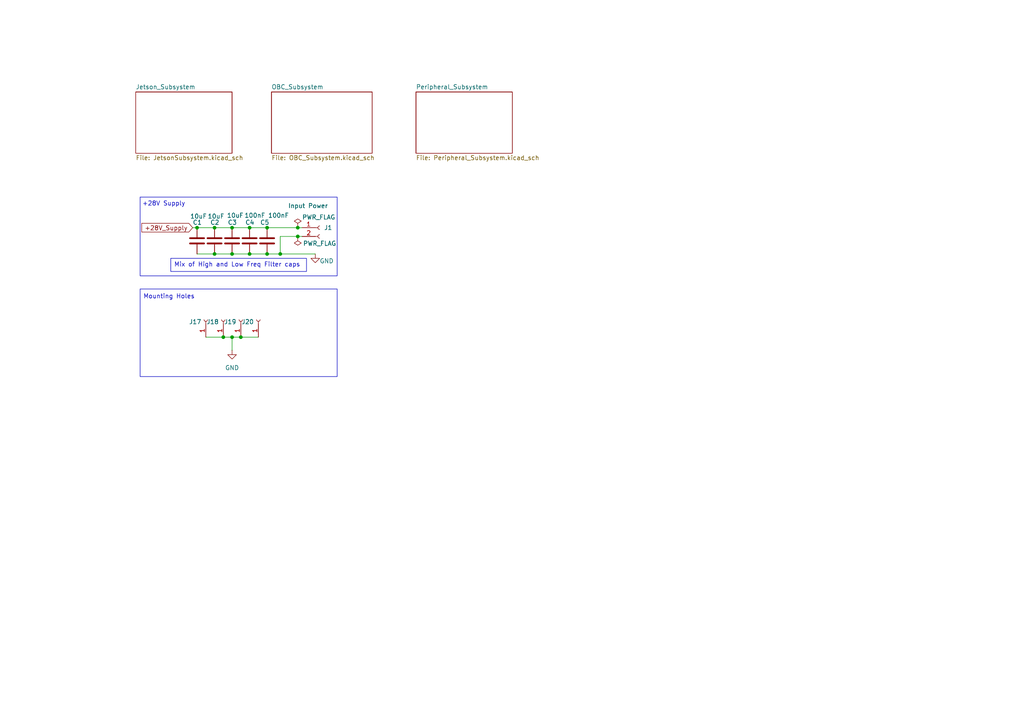
<source format=kicad_sch>
(kicad_sch (version 20250114) (generator "eeschema") (generator_version "9.0")
  (paper "A4")
  (lib_symbols
    (symbol "Connector:Conn_01x01_Socket" (pin_names (offset 1.016) (hide yes))
      (property "Reference" "J" (at 0 2.54 0))
      (property "Value" "Conn_01x01_Socket" (at 0 -2.54 0))
      (symbol "Conn_01x01_Socket_1_1"
        (polyline (pts (xy -1.27 0) (xy -0.508 0)) (stroke (width 0.1524)))
        (arc (start 0 -0.508) (mid -0.5058 0) (end 0 0.508) (stroke (width 0.1524)))
        (pin passive line (at -5.08 0 0) (length 3.81) (name "Pin_1") (number "1"))
      )
    )
    (symbol "Connector:Conn_01x02_Socket" (pin_names (offset 1.016) (hide yes))
      (property "Reference" "J" (at 0 2.54 0))
      (property "Value" "Conn_01x02_Socket" (at 0 -5.08 0))
      (symbol "Conn_01x02_Socket_1_1"
        (polyline (pts (xy -1.27 0) (xy -0.508 0)) (stroke (width 0.1524)))
        (polyline (pts (xy -1.27 -2.54) (xy -0.508 -2.54)) (stroke (width 0.1524)))
        (arc (start 0 -0.508) (mid -0.5058 0) (end 0 0.508) (stroke (width 0.1524)))
        (arc (start 0 -3.048) (mid -0.5058 -2.54) (end 0 -2.032) (stroke (width 0.1524)))
        (pin passive line (at -5.08 0 0) (length 3.81) (name "Pin_1") (number "1"))
        (pin passive line (at -5.08 -2.54 0) (length 3.81) (name "Pin_2") (number "2"))
      )
    )
    (symbol "Device:C" (pin_numbers (hide yes)) (pin_names (offset 0.254))
      (property "Reference" "C" (at 0.635 2.54 0))
      (property "Value" "C" (at 0.635 -2.54 0))
      (symbol "C_0_1"
        (polyline (pts (xy -2.032 0.762) (xy 2.032 0.762)) (stroke (width 0.508)))
        (polyline (pts (xy -2.032 -0.762) (xy 2.032 -0.762)) (stroke (width 0.508)))
      )
      (symbol "C_1_1"
        (pin passive line (at 0 3.81 270) (length 2.794) (name "~") (number "1"))
        (pin passive line (at 0 -3.81 90) (length 2.794) (name "~") (number "2"))
      )
    )
    (symbol "power:GND" (power) (pin_numbers (hide yes)) (pin_names (offset 0) (hide yes))
      (property "Value" "GND" (at 0 -3.81 0))
      (symbol "GND_0_1"
        (polyline (pts (xy 0 0) (xy 0 -1.27) (xy 1.27 -1.27) (xy 0 -2.54) (xy -1.27 -1.27) (xy 0 -1.27)))
      )
      (symbol "GND_1_1"
        (pin power_in line (at 0 0 270) (length 0) (name "~") (number "1"))
      )
    )
    (symbol "power:PWR_FLAG" (power) (pin_numbers (hide yes)) (pin_names (offset 0) (hide yes))
      (property "Value" "PWR_FLAG" (at 0 3.81 0))
      (symbol "PWR_FLAG_0_0"
        (pin power_out line (at 0 0 90) (length 0) (name "~") (number "1"))
      )
      (symbol "PWR_FLAG_0_1"
        (polyline (pts (xy 0 0) (xy 0 1.27) (xy -1.016 1.905) (xy 0 2.54) (xy 1.016 1.905) (xy 0 1.27)))
      )
    )
  )
  (rectangle (start 40.64 83.82) (end 97.79 109.22))
  (rectangle (start 40.6399 57.1679) (end 97.79 80.01))
  (text "Mounting Holes" (at 49.022 86.106 0) (effects (font (size 1.27 1.27))))
  (text "+28V Supply\n" (at 47.498 59.182 0) (effects (font (size 1.27 1.27))))
  (text_box "Mix of High and Low Freq Filter caps" (at 49.53 74.93 0) (size 39.37 3.81) (margins 0.9525 0.9525 0.9525 0.9525) (effects (font (size 1.27 1.27)) (justify left top)))
  (junction (at 81.28 73.66))
  (junction (at 86.36 66.04))
  (junction (at 69.85 97.79))
  (junction (at 72.39 73.66))
  (junction (at 64.77 97.79))
  (junction (at 77.47 73.66))
  (junction (at 77.47 66.04))
  (junction (at 72.39 66.04))
  (junction (at 62.23 66.04))
  (junction (at 67.31 66.04))
  (junction (at 86.36 68.58))
  (junction (at 62.23 73.66))
  (junction (at 67.31 97.79))
  (junction (at 57.15 66.04))
  (junction (at 67.31 73.66))
  (wire (pts (xy 62.23 66.04) (xy 67.31 66.04)))
  (wire (pts (xy 72.39 66.04) (xy 77.47 66.04)))
  (wire (pts (xy 81.28 68.58) (xy 81.28 73.66)))
  (wire (pts (xy 91.44 73.66) (xy 81.28 73.66)))
  (wire (pts (xy 57.15 66.04) (xy 62.23 66.04)))
  (wire (pts (xy 77.47 73.66) (xy 81.28 73.66)))
  (wire (pts (xy 81.28 68.58) (xy 86.36 68.58)))
  (wire (pts (xy 86.36 66.04) (xy 87.63 66.04)))
  (wire (pts (xy 62.23 73.66) (xy 67.31 73.66)))
  (wire (pts (xy 86.36 68.58) (xy 87.63 68.58)))
  (wire (pts (xy 59.69 97.79) (xy 64.77 97.79)))
  (wire (pts (xy 67.31 66.04) (xy 72.39 66.04)))
  (wire (pts (xy 67.31 97.79) (xy 67.31 101.6)))
  (wire (pts (xy 67.31 97.79) (xy 69.85 97.79)))
  (wire (pts (xy 72.39 73.66) (xy 77.47 73.66)))
  (wire (pts (xy 67.31 73.66) (xy 72.39 73.66)))
  (wire (pts (xy 57.15 73.66) (xy 62.23 73.66)))
  (wire (pts (xy 64.77 97.79) (xy 67.31 97.79)))
  (wire (pts (xy 55.88 66.04) (xy 57.15 66.04)))
  (wire (pts (xy 77.47 66.04) (xy 86.36 66.04)))
  (wire (pts (xy 69.85 97.79) (xy 74.93 97.79)))
  (global_label "+28V_Supply" (shape input) (at 55.88 66.04 180) (property "Intersheetrefs" "${INTERSHEET_REFS}" (effects (hide yes))))
  (symbol (lib_id "Device:C") (at 77.47 69.85 0) (unit 1)
    (property "Reference" "C5" (at 75.438 64.516 0) (effects (justify left)))
    (property "Value" "100nF" (at 77.724 62.484 0) (effects (justify left)))
    (property "Footprint" "Capacitor_SMD:C_0603_1608Metric" (effects (hide yes)))
    (property "Description" "Unpolarized capacitor" (effects (hide yes)))
  )
  (symbol (lib_id "Device:C") (at 67.31 69.85 0) (unit 1)
    (property "Reference" "C3" (at 66.04 64.516 0) (effects (justify left)))
    (property "Value" "10uF" (at 65.786 62.484 0) (effects (justify left)))
    (property "Footprint" "Capacitor_SMD:C_0603_1608Metric" (effects (hide yes)))
    (property "Description" "Unpolarized capacitor" (effects (hide yes)))
  )
  (symbol (lib_id "Device:C") (at 62.23 69.85 0) (unit 1)
    (property "Reference" "C2" (at 60.96 64.516 0) (effects (justify left)))
    (property "Value" "10uF" (at 60.198 62.738 0) (effects (justify left)))
    (property "Footprint" "Capacitor_SMD:C_0603_1608Metric" (effects (hide yes)))
    (property "Description" "Unpolarized capacitor" (effects (hide yes)))
  )
  (symbol (lib_id "Connector:Conn_01x01_Socket") (at 59.69 92.71 90) (unit 1)
    (property "Reference" "J17" (at 58.42 93.3451 90) (effects (justify left)))
    (property "Value" "Conn_01x01_Socket" (effects (hide yes)))
    (property "Footprint" "MountingHole:MountingHole_2.7mm_M2.5_Pad_Via" (effects (hide yes)))
    (property "Description" "Generic connector, single row, 01x01, script generated" (effects (hide yes)))
  )
  (symbol (lib_id "Connector:Conn_01x01_Socket") (at 69.85 92.71 90) (unit 1)
    (property "Reference" "J19" (at 68.58 93.3451 90) (effects (justify left)))
    (property "Value" "Conn_01x01_Socket" (effects (hide yes)))
    (property "Footprint" "MountingHole:MountingHole_2.7mm_M2.5_Pad_Via" (effects (hide yes)))
    (property "Description" "Generic connector, single row, 01x01, script generated" (effects (hide yes)))
  )
  (symbol (lib_id "Device:C") (at 72.39 69.85 0) (unit 1)
    (property "Reference" "C4" (at 71.12 64.516 0) (effects (justify left)))
    (property "Value" "100nF" (at 70.866 62.484 0) (effects (justify left)))
    (property "Footprint" "Capacitor_SMD:C_0603_1608Metric" (effects (hide yes)))
    (property "Description" "Unpolarized capacitor" (effects (hide yes)))
  )
  (symbol (lib_id "power:PWR_FLAG") (at 86.36 68.58 180) (unit 1)
    (property "Reference" "#FLG02" (effects (hide yes)))
    (property "Value" "PWR_FLAG" (at 92.71 70.612 0))
    (property "Description" "Special symbol for telling ERC where power comes from" (effects (hide yes)))
  )
  (symbol (lib_id "power:GND") (at 67.31 101.6 0) (unit 1)
    (property "Reference" "#PWR02" (effects (hide yes)))
    (property "Value" "GND" (at 67.31 106.68 0))
    (property "Description" "Power symbol creates a global label with name \"GND\" , ground" (effects (hide yes)))
  )
  (symbol (lib_id "Device:C") (at 57.15 69.85 0) (unit 1)
    (property "Reference" "C1" (at 55.88 64.516 0) (effects (justify left)))
    (property "Value" "10uF" (at 55.118 62.738 0) (effects (justify left)))
    (property "Footprint" "Capacitor_SMD:C_0603_1608Metric" (effects (hide yes)))
    (property "Description" "Unpolarized capacitor" (effects (hide yes)))
  )
  (symbol (lib_id "power:GND") (at 91.44 73.66 0) (unit 1)
    (property "Reference" "#PWR01" (effects (hide yes)))
    (property "Value" "GND" (at 94.742 75.692 0))
    (property "Description" "Power symbol creates a global label with name \"GND\" , ground" (effects (hide yes)))
  )
  (symbol (lib_id "power:PWR_FLAG") (at 86.36 66.04 0) (unit 1)
    (property "Reference" "#FLG01" (effects (hide yes)))
    (property "Value" "PWR_FLAG" (at 92.456 62.992 0))
    (property "Description" "Special symbol for telling ERC where power comes from" (effects (hide yes)))
  )
  (symbol (lib_id "Connector:Conn_01x01_Socket") (at 74.93 92.71 90) (unit 1)
    (property "Reference" "J20" (at 73.66 93.3451 90) (effects (justify left)))
    (property "Value" "Conn_01x01_Socket" (effects (hide yes)))
    (property "Footprint" "MountingHole:MountingHole_2.7mm_M2.5_Pad_Via" (effects (hide yes)))
    (property "Description" "Generic connector, single row, 01x01, script generated" (effects (hide yes)))
  )
  (symbol (lib_id "Connector:Conn_01x01_Socket") (at 64.77 92.71 90) (unit 1)
    (property "Reference" "J18" (at 63.5 93.3451 90) (effects (justify left)))
    (property "Value" "Conn_01x01_Socket" (effects (hide yes)))
    (property "Footprint" "MountingHole:MountingHole_2.7mm_M2.5_Pad_Via" (effects (hide yes)))
    (property "Description" "Generic connector, single row, 01x01, script generated" (effects (hide yes)))
  )
  (symbol (lib_id "Connector:Conn_01x02_Socket") (at 92.71 66.04 0) (unit 1)
    (property "Reference" "J1" (at 93.98 66.0399 0) (effects (justify left)))
    (property "Value" "Input Power" (at 83.566 59.69 0) (effects (justify left)))
    (property "Footprint" "Connector_AMASS:AMASS_XT60PW-F_1x02_P7.20mm_Horizontal" (effects (hide yes)))
    (property "Description" "Generic connector, single row, 01x02, script generated" (effects (hide yes)))
  )
  (sheet (at 39.37 26.67) (size 27.94 17.78) (stroke (width 0.1524))
    (property "Sheetname" "Jetson_Subsystem" (at 39.37 25.9584 0) (effects (justify left bottom)))
    (property "Sheetfile" "JetsonSubsystem.kicad_sch" (at 39.37 45.0346 0) (effects (justify left top)))
  )
  (sheet (at 78.74 26.67) (size 29.21 17.78) (stroke (width 0.1524))
    (property "Sheetname" "OBC_Subsystem" (at 78.74 25.9584 0) (effects (justify left bottom)))
    (property "Sheetfile" "OBC_Subsystem.kicad_sch" (at 78.74 45.0346 0) (effects (justify left top)))
  )
  (sheet (at 120.65 26.67) (size 27.94 17.78) (stroke (width 0.1524))
    (property "Sheetname" "Peripheral_Subsystem" (at 120.65 25.9584 0) (effects (justify left bottom)))
    (property "Sheetfile" "Peripheral_Subsystem.kicad_sch" (at 120.65 45.0346 0) (effects (justify left top)))
  )
)
</source>
